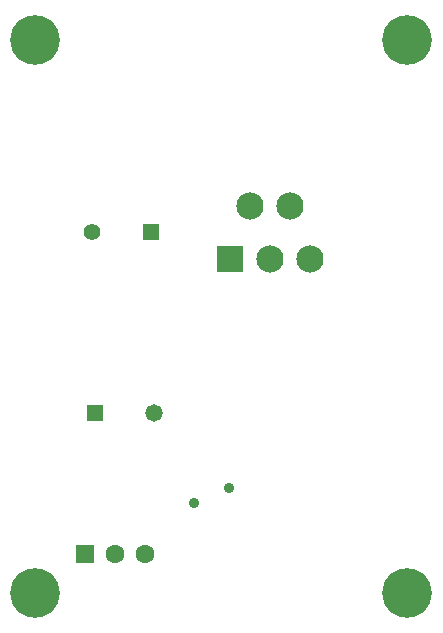
<source format=gbs>
G04*
G04 #@! TF.GenerationSoftware,Altium Limited,Altium Designer,20.0.13 (296)*
G04*
G04 Layer_Color=16711935*
%FSLAX44Y44*%
%MOMM*%
G71*
G01*
G75*
%ADD29R,1.6032X1.6032*%
%ADD30C,1.6032*%
%ADD31R,2.3032X2.3032*%
%ADD32C,2.3032*%
%ADD33R,1.4032X1.4032*%
%ADD34C,1.4032*%
%ADD35R,1.4782X1.4782*%
%ADD36C,1.4782*%
%ADD37C,4.2032*%
%ADD38C,0.9032*%
D29*
X803910Y751840D02*
D03*
D30*
X829310D02*
D03*
X854710D02*
D03*
D31*
X926900Y1001880D02*
D03*
D32*
X960900D02*
D03*
X994900D02*
D03*
X943900Y1046480D02*
D03*
X977900D02*
D03*
D33*
X860260Y1024890D02*
D03*
D34*
X810260D02*
D03*
D35*
X812330Y871220D02*
D03*
D36*
X862330D02*
D03*
D37*
X762000Y1187450D02*
D03*
X1076960D02*
D03*
X762000Y718820D02*
D03*
X1076960D02*
D03*
D38*
X925830Y807720D02*
D03*
X896620Y795020D02*
D03*
M02*

</source>
